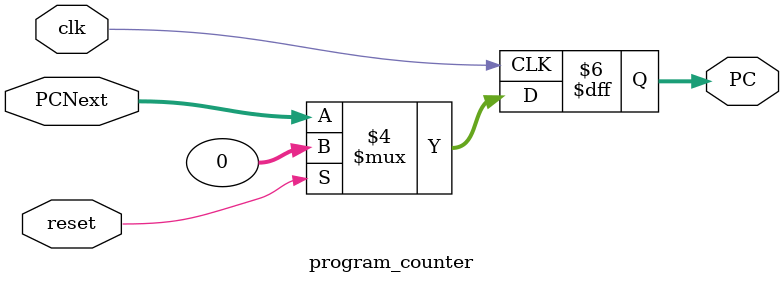
<source format=v>
module program_counter(PCNext,clk,reset,PC);

    input[31:0] PCNext;
    output reg[31:0] PC;
    input clk,reset;


    always @(posedge clk) begin
      if(reset == 1'b1) begin
        PC <=32'h00000000;
      end
      else begin
        PC <= PCNext;
      end
    end

endmodule
</source>
